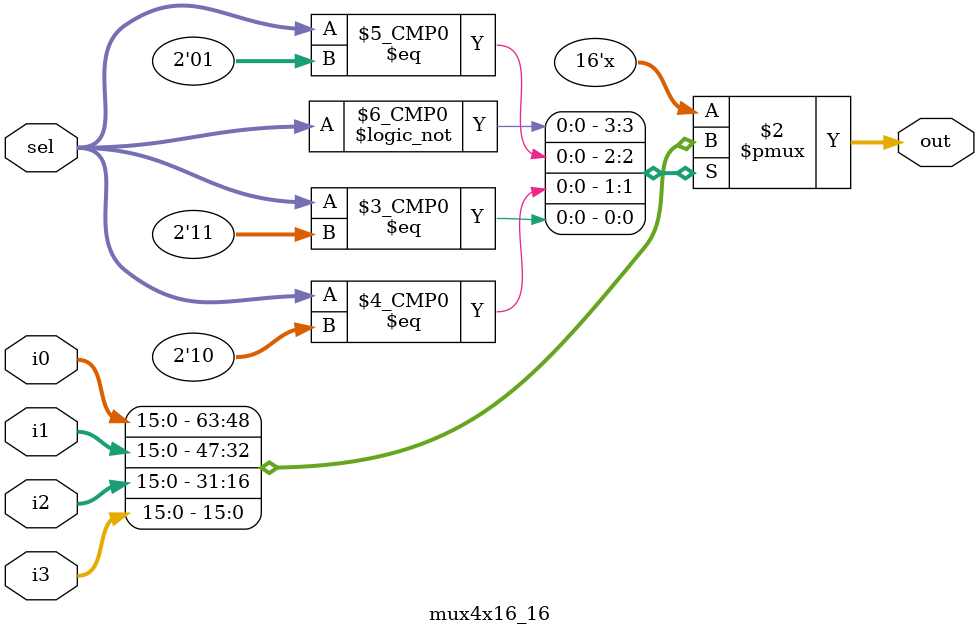
<source format=sv>
`timescale 1ps/1ps
module mux4x16_16(
	input logic [15:0] i0, i1, i2, i3,
	input logic [1:0] sel,
	output logic [15:0] out
);

	always_comb begin
		case(sel)
			2'b00: out = i0;
			2'b01: out = i1;
			2'b10: out = i2;
			2'b11: out = i3;
		endcase
	end
endmodule
</source>
